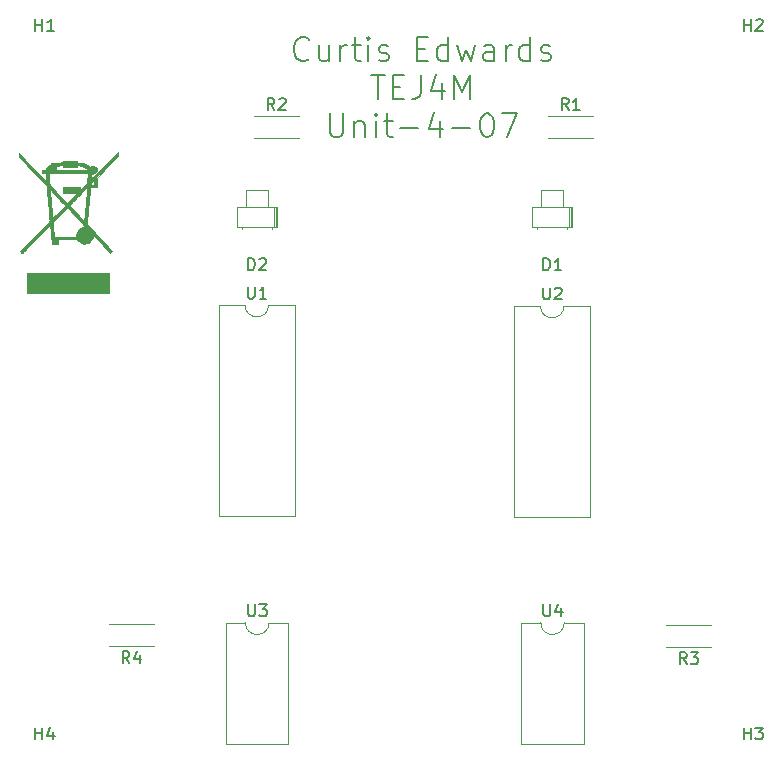
<source format=gbr>
%TF.GenerationSoftware,KiCad,Pcbnew,7.0.7*%
%TF.CreationDate,2023-10-30T18:36:45-04:00*%
%TF.ProjectId,TEJ4M-Unit-4-07,54454a34-4d2d-4556-9e69-742d342d3037,rev?*%
%TF.SameCoordinates,Original*%
%TF.FileFunction,Legend,Top*%
%TF.FilePolarity,Positive*%
%FSLAX46Y46*%
G04 Gerber Fmt 4.6, Leading zero omitted, Abs format (unit mm)*
G04 Created by KiCad (PCBNEW 7.0.7) date 2023-10-30 18:36:45*
%MOMM*%
%LPD*%
G01*
G04 APERTURE LIST*
%ADD10C,0.150000*%
%ADD11C,0.010000*%
%ADD12C,0.120000*%
G04 APERTURE END LIST*
D10*
X112380951Y-59116961D02*
X112285713Y-59212200D01*
X112285713Y-59212200D02*
X111999999Y-59307438D01*
X111999999Y-59307438D02*
X111809523Y-59307438D01*
X111809523Y-59307438D02*
X111523808Y-59212200D01*
X111523808Y-59212200D02*
X111333332Y-59021723D01*
X111333332Y-59021723D02*
X111238094Y-58831247D01*
X111238094Y-58831247D02*
X111142856Y-58450295D01*
X111142856Y-58450295D02*
X111142856Y-58164580D01*
X111142856Y-58164580D02*
X111238094Y-57783628D01*
X111238094Y-57783628D02*
X111333332Y-57593152D01*
X111333332Y-57593152D02*
X111523808Y-57402676D01*
X111523808Y-57402676D02*
X111809523Y-57307438D01*
X111809523Y-57307438D02*
X111999999Y-57307438D01*
X111999999Y-57307438D02*
X112285713Y-57402676D01*
X112285713Y-57402676D02*
X112380951Y-57497914D01*
X114095237Y-57974104D02*
X114095237Y-59307438D01*
X113238094Y-57974104D02*
X113238094Y-59021723D01*
X113238094Y-59021723D02*
X113333332Y-59212200D01*
X113333332Y-59212200D02*
X113523808Y-59307438D01*
X113523808Y-59307438D02*
X113809523Y-59307438D01*
X113809523Y-59307438D02*
X113999999Y-59212200D01*
X113999999Y-59212200D02*
X114095237Y-59116961D01*
X115047618Y-59307438D02*
X115047618Y-57974104D01*
X115047618Y-58355057D02*
X115142856Y-58164580D01*
X115142856Y-58164580D02*
X115238094Y-58069342D01*
X115238094Y-58069342D02*
X115428570Y-57974104D01*
X115428570Y-57974104D02*
X115619047Y-57974104D01*
X115999999Y-57974104D02*
X116761903Y-57974104D01*
X116285713Y-57307438D02*
X116285713Y-59021723D01*
X116285713Y-59021723D02*
X116380951Y-59212200D01*
X116380951Y-59212200D02*
X116571427Y-59307438D01*
X116571427Y-59307438D02*
X116761903Y-59307438D01*
X117428570Y-59307438D02*
X117428570Y-57974104D01*
X117428570Y-57307438D02*
X117333332Y-57402676D01*
X117333332Y-57402676D02*
X117428570Y-57497914D01*
X117428570Y-57497914D02*
X117523808Y-57402676D01*
X117523808Y-57402676D02*
X117428570Y-57307438D01*
X117428570Y-57307438D02*
X117428570Y-57497914D01*
X118285713Y-59212200D02*
X118476189Y-59307438D01*
X118476189Y-59307438D02*
X118857141Y-59307438D01*
X118857141Y-59307438D02*
X119047618Y-59212200D01*
X119047618Y-59212200D02*
X119142856Y-59021723D01*
X119142856Y-59021723D02*
X119142856Y-58926485D01*
X119142856Y-58926485D02*
X119047618Y-58736009D01*
X119047618Y-58736009D02*
X118857141Y-58640771D01*
X118857141Y-58640771D02*
X118571427Y-58640771D01*
X118571427Y-58640771D02*
X118380951Y-58545533D01*
X118380951Y-58545533D02*
X118285713Y-58355057D01*
X118285713Y-58355057D02*
X118285713Y-58259819D01*
X118285713Y-58259819D02*
X118380951Y-58069342D01*
X118380951Y-58069342D02*
X118571427Y-57974104D01*
X118571427Y-57974104D02*
X118857141Y-57974104D01*
X118857141Y-57974104D02*
X119047618Y-58069342D01*
X121523809Y-58259819D02*
X122190476Y-58259819D01*
X122476190Y-59307438D02*
X121523809Y-59307438D01*
X121523809Y-59307438D02*
X121523809Y-57307438D01*
X121523809Y-57307438D02*
X122476190Y-57307438D01*
X124190476Y-59307438D02*
X124190476Y-57307438D01*
X124190476Y-59212200D02*
X124000000Y-59307438D01*
X124000000Y-59307438D02*
X123619047Y-59307438D01*
X123619047Y-59307438D02*
X123428571Y-59212200D01*
X123428571Y-59212200D02*
X123333333Y-59116961D01*
X123333333Y-59116961D02*
X123238095Y-58926485D01*
X123238095Y-58926485D02*
X123238095Y-58355057D01*
X123238095Y-58355057D02*
X123333333Y-58164580D01*
X123333333Y-58164580D02*
X123428571Y-58069342D01*
X123428571Y-58069342D02*
X123619047Y-57974104D01*
X123619047Y-57974104D02*
X124000000Y-57974104D01*
X124000000Y-57974104D02*
X124190476Y-58069342D01*
X124952381Y-57974104D02*
X125333333Y-59307438D01*
X125333333Y-59307438D02*
X125714286Y-58355057D01*
X125714286Y-58355057D02*
X126095238Y-59307438D01*
X126095238Y-59307438D02*
X126476190Y-57974104D01*
X128095238Y-59307438D02*
X128095238Y-58259819D01*
X128095238Y-58259819D02*
X128000000Y-58069342D01*
X128000000Y-58069342D02*
X127809524Y-57974104D01*
X127809524Y-57974104D02*
X127428571Y-57974104D01*
X127428571Y-57974104D02*
X127238095Y-58069342D01*
X128095238Y-59212200D02*
X127904762Y-59307438D01*
X127904762Y-59307438D02*
X127428571Y-59307438D01*
X127428571Y-59307438D02*
X127238095Y-59212200D01*
X127238095Y-59212200D02*
X127142857Y-59021723D01*
X127142857Y-59021723D02*
X127142857Y-58831247D01*
X127142857Y-58831247D02*
X127238095Y-58640771D01*
X127238095Y-58640771D02*
X127428571Y-58545533D01*
X127428571Y-58545533D02*
X127904762Y-58545533D01*
X127904762Y-58545533D02*
X128095238Y-58450295D01*
X129047619Y-59307438D02*
X129047619Y-57974104D01*
X129047619Y-58355057D02*
X129142857Y-58164580D01*
X129142857Y-58164580D02*
X129238095Y-58069342D01*
X129238095Y-58069342D02*
X129428571Y-57974104D01*
X129428571Y-57974104D02*
X129619048Y-57974104D01*
X131142857Y-59307438D02*
X131142857Y-57307438D01*
X131142857Y-59212200D02*
X130952381Y-59307438D01*
X130952381Y-59307438D02*
X130571428Y-59307438D01*
X130571428Y-59307438D02*
X130380952Y-59212200D01*
X130380952Y-59212200D02*
X130285714Y-59116961D01*
X130285714Y-59116961D02*
X130190476Y-58926485D01*
X130190476Y-58926485D02*
X130190476Y-58355057D01*
X130190476Y-58355057D02*
X130285714Y-58164580D01*
X130285714Y-58164580D02*
X130380952Y-58069342D01*
X130380952Y-58069342D02*
X130571428Y-57974104D01*
X130571428Y-57974104D02*
X130952381Y-57974104D01*
X130952381Y-57974104D02*
X131142857Y-58069342D01*
X132000000Y-59212200D02*
X132190476Y-59307438D01*
X132190476Y-59307438D02*
X132571428Y-59307438D01*
X132571428Y-59307438D02*
X132761905Y-59212200D01*
X132761905Y-59212200D02*
X132857143Y-59021723D01*
X132857143Y-59021723D02*
X132857143Y-58926485D01*
X132857143Y-58926485D02*
X132761905Y-58736009D01*
X132761905Y-58736009D02*
X132571428Y-58640771D01*
X132571428Y-58640771D02*
X132285714Y-58640771D01*
X132285714Y-58640771D02*
X132095238Y-58545533D01*
X132095238Y-58545533D02*
X132000000Y-58355057D01*
X132000000Y-58355057D02*
X132000000Y-58259819D01*
X132000000Y-58259819D02*
X132095238Y-58069342D01*
X132095238Y-58069342D02*
X132285714Y-57974104D01*
X132285714Y-57974104D02*
X132571428Y-57974104D01*
X132571428Y-57974104D02*
X132761905Y-58069342D01*
X117666666Y-60527438D02*
X118809523Y-60527438D01*
X118238094Y-62527438D02*
X118238094Y-60527438D01*
X119476190Y-61479819D02*
X120142857Y-61479819D01*
X120428571Y-62527438D02*
X119476190Y-62527438D01*
X119476190Y-62527438D02*
X119476190Y-60527438D01*
X119476190Y-60527438D02*
X120428571Y-60527438D01*
X121857143Y-60527438D02*
X121857143Y-61956009D01*
X121857143Y-61956009D02*
X121761904Y-62241723D01*
X121761904Y-62241723D02*
X121571428Y-62432200D01*
X121571428Y-62432200D02*
X121285714Y-62527438D01*
X121285714Y-62527438D02*
X121095238Y-62527438D01*
X123666667Y-61194104D02*
X123666667Y-62527438D01*
X123190476Y-60432200D02*
X122714286Y-61860771D01*
X122714286Y-61860771D02*
X123952381Y-61860771D01*
X124714286Y-62527438D02*
X124714286Y-60527438D01*
X124714286Y-60527438D02*
X125380953Y-61956009D01*
X125380953Y-61956009D02*
X126047619Y-60527438D01*
X126047619Y-60527438D02*
X126047619Y-62527438D01*
X114142857Y-63747438D02*
X114142857Y-65366485D01*
X114142857Y-65366485D02*
X114238095Y-65556961D01*
X114238095Y-65556961D02*
X114333333Y-65652200D01*
X114333333Y-65652200D02*
X114523809Y-65747438D01*
X114523809Y-65747438D02*
X114904762Y-65747438D01*
X114904762Y-65747438D02*
X115095238Y-65652200D01*
X115095238Y-65652200D02*
X115190476Y-65556961D01*
X115190476Y-65556961D02*
X115285714Y-65366485D01*
X115285714Y-65366485D02*
X115285714Y-63747438D01*
X116238095Y-64414104D02*
X116238095Y-65747438D01*
X116238095Y-64604580D02*
X116333333Y-64509342D01*
X116333333Y-64509342D02*
X116523809Y-64414104D01*
X116523809Y-64414104D02*
X116809524Y-64414104D01*
X116809524Y-64414104D02*
X117000000Y-64509342D01*
X117000000Y-64509342D02*
X117095238Y-64699819D01*
X117095238Y-64699819D02*
X117095238Y-65747438D01*
X118047619Y-65747438D02*
X118047619Y-64414104D01*
X118047619Y-63747438D02*
X117952381Y-63842676D01*
X117952381Y-63842676D02*
X118047619Y-63937914D01*
X118047619Y-63937914D02*
X118142857Y-63842676D01*
X118142857Y-63842676D02*
X118047619Y-63747438D01*
X118047619Y-63747438D02*
X118047619Y-63937914D01*
X118714286Y-64414104D02*
X119476190Y-64414104D01*
X119000000Y-63747438D02*
X119000000Y-65461723D01*
X119000000Y-65461723D02*
X119095238Y-65652200D01*
X119095238Y-65652200D02*
X119285714Y-65747438D01*
X119285714Y-65747438D02*
X119476190Y-65747438D01*
X120142857Y-64985533D02*
X121666667Y-64985533D01*
X123476190Y-64414104D02*
X123476190Y-65747438D01*
X122999999Y-63652200D02*
X122523809Y-65080771D01*
X122523809Y-65080771D02*
X123761904Y-65080771D01*
X124523809Y-64985533D02*
X126047619Y-64985533D01*
X127380951Y-63747438D02*
X127571428Y-63747438D01*
X127571428Y-63747438D02*
X127761904Y-63842676D01*
X127761904Y-63842676D02*
X127857142Y-63937914D01*
X127857142Y-63937914D02*
X127952380Y-64128390D01*
X127952380Y-64128390D02*
X128047618Y-64509342D01*
X128047618Y-64509342D02*
X128047618Y-64985533D01*
X128047618Y-64985533D02*
X127952380Y-65366485D01*
X127952380Y-65366485D02*
X127857142Y-65556961D01*
X127857142Y-65556961D02*
X127761904Y-65652200D01*
X127761904Y-65652200D02*
X127571428Y-65747438D01*
X127571428Y-65747438D02*
X127380951Y-65747438D01*
X127380951Y-65747438D02*
X127190475Y-65652200D01*
X127190475Y-65652200D02*
X127095237Y-65556961D01*
X127095237Y-65556961D02*
X126999999Y-65366485D01*
X126999999Y-65366485D02*
X126904761Y-64985533D01*
X126904761Y-64985533D02*
X126904761Y-64509342D01*
X126904761Y-64509342D02*
X126999999Y-64128390D01*
X126999999Y-64128390D02*
X127095237Y-63937914D01*
X127095237Y-63937914D02*
X127190475Y-63842676D01*
X127190475Y-63842676D02*
X127380951Y-63747438D01*
X128714285Y-63747438D02*
X130047618Y-63747438D01*
X130047618Y-63747438D02*
X129190475Y-65747438D01*
X97193333Y-110299819D02*
X96860000Y-109823628D01*
X96621905Y-110299819D02*
X96621905Y-109299819D01*
X96621905Y-109299819D02*
X97002857Y-109299819D01*
X97002857Y-109299819D02*
X97098095Y-109347438D01*
X97098095Y-109347438D02*
X97145714Y-109395057D01*
X97145714Y-109395057D02*
X97193333Y-109490295D01*
X97193333Y-109490295D02*
X97193333Y-109633152D01*
X97193333Y-109633152D02*
X97145714Y-109728390D01*
X97145714Y-109728390D02*
X97098095Y-109776009D01*
X97098095Y-109776009D02*
X97002857Y-109823628D01*
X97002857Y-109823628D02*
X96621905Y-109823628D01*
X98050476Y-109633152D02*
X98050476Y-110299819D01*
X97812381Y-109252200D02*
X97574286Y-109966485D01*
X97574286Y-109966485D02*
X98193333Y-109966485D01*
X144373333Y-110374819D02*
X144040000Y-109898628D01*
X143801905Y-110374819D02*
X143801905Y-109374819D01*
X143801905Y-109374819D02*
X144182857Y-109374819D01*
X144182857Y-109374819D02*
X144278095Y-109422438D01*
X144278095Y-109422438D02*
X144325714Y-109470057D01*
X144325714Y-109470057D02*
X144373333Y-109565295D01*
X144373333Y-109565295D02*
X144373333Y-109708152D01*
X144373333Y-109708152D02*
X144325714Y-109803390D01*
X144325714Y-109803390D02*
X144278095Y-109851009D01*
X144278095Y-109851009D02*
X144182857Y-109898628D01*
X144182857Y-109898628D02*
X143801905Y-109898628D01*
X144706667Y-109374819D02*
X145325714Y-109374819D01*
X145325714Y-109374819D02*
X144992381Y-109755771D01*
X144992381Y-109755771D02*
X145135238Y-109755771D01*
X145135238Y-109755771D02*
X145230476Y-109803390D01*
X145230476Y-109803390D02*
X145278095Y-109851009D01*
X145278095Y-109851009D02*
X145325714Y-109946247D01*
X145325714Y-109946247D02*
X145325714Y-110184342D01*
X145325714Y-110184342D02*
X145278095Y-110279580D01*
X145278095Y-110279580D02*
X145230476Y-110327200D01*
X145230476Y-110327200D02*
X145135238Y-110374819D01*
X145135238Y-110374819D02*
X144849524Y-110374819D01*
X144849524Y-110374819D02*
X144754286Y-110327200D01*
X144754286Y-110327200D02*
X144706667Y-110279580D01*
X109473333Y-63459819D02*
X109140000Y-62983628D01*
X108901905Y-63459819D02*
X108901905Y-62459819D01*
X108901905Y-62459819D02*
X109282857Y-62459819D01*
X109282857Y-62459819D02*
X109378095Y-62507438D01*
X109378095Y-62507438D02*
X109425714Y-62555057D01*
X109425714Y-62555057D02*
X109473333Y-62650295D01*
X109473333Y-62650295D02*
X109473333Y-62793152D01*
X109473333Y-62793152D02*
X109425714Y-62888390D01*
X109425714Y-62888390D02*
X109378095Y-62936009D01*
X109378095Y-62936009D02*
X109282857Y-62983628D01*
X109282857Y-62983628D02*
X108901905Y-62983628D01*
X109854286Y-62555057D02*
X109901905Y-62507438D01*
X109901905Y-62507438D02*
X109997143Y-62459819D01*
X109997143Y-62459819D02*
X110235238Y-62459819D01*
X110235238Y-62459819D02*
X110330476Y-62507438D01*
X110330476Y-62507438D02*
X110378095Y-62555057D01*
X110378095Y-62555057D02*
X110425714Y-62650295D01*
X110425714Y-62650295D02*
X110425714Y-62745533D01*
X110425714Y-62745533D02*
X110378095Y-62888390D01*
X110378095Y-62888390D02*
X109806667Y-63459819D01*
X109806667Y-63459819D02*
X110425714Y-63459819D01*
X134373333Y-63459819D02*
X134040000Y-62983628D01*
X133801905Y-63459819D02*
X133801905Y-62459819D01*
X133801905Y-62459819D02*
X134182857Y-62459819D01*
X134182857Y-62459819D02*
X134278095Y-62507438D01*
X134278095Y-62507438D02*
X134325714Y-62555057D01*
X134325714Y-62555057D02*
X134373333Y-62650295D01*
X134373333Y-62650295D02*
X134373333Y-62793152D01*
X134373333Y-62793152D02*
X134325714Y-62888390D01*
X134325714Y-62888390D02*
X134278095Y-62936009D01*
X134278095Y-62936009D02*
X134182857Y-62983628D01*
X134182857Y-62983628D02*
X133801905Y-62983628D01*
X135325714Y-63459819D02*
X134754286Y-63459819D01*
X135040000Y-63459819D02*
X135040000Y-62459819D01*
X135040000Y-62459819D02*
X134944762Y-62602676D01*
X134944762Y-62602676D02*
X134849524Y-62697914D01*
X134849524Y-62697914D02*
X134754286Y-62745533D01*
X89238095Y-116754819D02*
X89238095Y-115754819D01*
X89238095Y-116231009D02*
X89809523Y-116231009D01*
X89809523Y-116754819D02*
X89809523Y-115754819D01*
X90714285Y-116088152D02*
X90714285Y-116754819D01*
X90476190Y-115707200D02*
X90238095Y-116421485D01*
X90238095Y-116421485D02*
X90857142Y-116421485D01*
X149238095Y-116754819D02*
X149238095Y-115754819D01*
X149238095Y-116231009D02*
X149809523Y-116231009D01*
X149809523Y-116754819D02*
X149809523Y-115754819D01*
X150190476Y-115754819D02*
X150809523Y-115754819D01*
X150809523Y-115754819D02*
X150476190Y-116135771D01*
X150476190Y-116135771D02*
X150619047Y-116135771D01*
X150619047Y-116135771D02*
X150714285Y-116183390D01*
X150714285Y-116183390D02*
X150761904Y-116231009D01*
X150761904Y-116231009D02*
X150809523Y-116326247D01*
X150809523Y-116326247D02*
X150809523Y-116564342D01*
X150809523Y-116564342D02*
X150761904Y-116659580D01*
X150761904Y-116659580D02*
X150714285Y-116707200D01*
X150714285Y-116707200D02*
X150619047Y-116754819D01*
X150619047Y-116754819D02*
X150333333Y-116754819D01*
X150333333Y-116754819D02*
X150238095Y-116707200D01*
X150238095Y-116707200D02*
X150190476Y-116659580D01*
X149238095Y-56754819D02*
X149238095Y-55754819D01*
X149238095Y-56231009D02*
X149809523Y-56231009D01*
X149809523Y-56754819D02*
X149809523Y-55754819D01*
X150238095Y-55850057D02*
X150285714Y-55802438D01*
X150285714Y-55802438D02*
X150380952Y-55754819D01*
X150380952Y-55754819D02*
X150619047Y-55754819D01*
X150619047Y-55754819D02*
X150714285Y-55802438D01*
X150714285Y-55802438D02*
X150761904Y-55850057D01*
X150761904Y-55850057D02*
X150809523Y-55945295D01*
X150809523Y-55945295D02*
X150809523Y-56040533D01*
X150809523Y-56040533D02*
X150761904Y-56183390D01*
X150761904Y-56183390D02*
X150190476Y-56754819D01*
X150190476Y-56754819D02*
X150809523Y-56754819D01*
X89238095Y-56754819D02*
X89238095Y-55754819D01*
X89238095Y-56231009D02*
X89809523Y-56231009D01*
X89809523Y-56754819D02*
X89809523Y-55754819D01*
X90809523Y-56754819D02*
X90238095Y-56754819D01*
X90523809Y-56754819D02*
X90523809Y-55754819D01*
X90523809Y-55754819D02*
X90428571Y-55897676D01*
X90428571Y-55897676D02*
X90333333Y-55992914D01*
X90333333Y-55992914D02*
X90238095Y-56040533D01*
X132248095Y-105324819D02*
X132248095Y-106134342D01*
X132248095Y-106134342D02*
X132295714Y-106229580D01*
X132295714Y-106229580D02*
X132343333Y-106277200D01*
X132343333Y-106277200D02*
X132438571Y-106324819D01*
X132438571Y-106324819D02*
X132629047Y-106324819D01*
X132629047Y-106324819D02*
X132724285Y-106277200D01*
X132724285Y-106277200D02*
X132771904Y-106229580D01*
X132771904Y-106229580D02*
X132819523Y-106134342D01*
X132819523Y-106134342D02*
X132819523Y-105324819D01*
X133724285Y-105658152D02*
X133724285Y-106324819D01*
X133486190Y-105277200D02*
X133248095Y-105991485D01*
X133248095Y-105991485D02*
X133867142Y-105991485D01*
X107248095Y-105324819D02*
X107248095Y-106134342D01*
X107248095Y-106134342D02*
X107295714Y-106229580D01*
X107295714Y-106229580D02*
X107343333Y-106277200D01*
X107343333Y-106277200D02*
X107438571Y-106324819D01*
X107438571Y-106324819D02*
X107629047Y-106324819D01*
X107629047Y-106324819D02*
X107724285Y-106277200D01*
X107724285Y-106277200D02*
X107771904Y-106229580D01*
X107771904Y-106229580D02*
X107819523Y-106134342D01*
X107819523Y-106134342D02*
X107819523Y-105324819D01*
X108200476Y-105324819D02*
X108819523Y-105324819D01*
X108819523Y-105324819D02*
X108486190Y-105705771D01*
X108486190Y-105705771D02*
X108629047Y-105705771D01*
X108629047Y-105705771D02*
X108724285Y-105753390D01*
X108724285Y-105753390D02*
X108771904Y-105801009D01*
X108771904Y-105801009D02*
X108819523Y-105896247D01*
X108819523Y-105896247D02*
X108819523Y-106134342D01*
X108819523Y-106134342D02*
X108771904Y-106229580D01*
X108771904Y-106229580D02*
X108724285Y-106277200D01*
X108724285Y-106277200D02*
X108629047Y-106324819D01*
X108629047Y-106324819D02*
X108343333Y-106324819D01*
X108343333Y-106324819D02*
X108248095Y-106277200D01*
X108248095Y-106277200D02*
X108200476Y-106229580D01*
X132218095Y-78499819D02*
X132218095Y-79309342D01*
X132218095Y-79309342D02*
X132265714Y-79404580D01*
X132265714Y-79404580D02*
X132313333Y-79452200D01*
X132313333Y-79452200D02*
X132408571Y-79499819D01*
X132408571Y-79499819D02*
X132599047Y-79499819D01*
X132599047Y-79499819D02*
X132694285Y-79452200D01*
X132694285Y-79452200D02*
X132741904Y-79404580D01*
X132741904Y-79404580D02*
X132789523Y-79309342D01*
X132789523Y-79309342D02*
X132789523Y-78499819D01*
X133218095Y-78595057D02*
X133265714Y-78547438D01*
X133265714Y-78547438D02*
X133360952Y-78499819D01*
X133360952Y-78499819D02*
X133599047Y-78499819D01*
X133599047Y-78499819D02*
X133694285Y-78547438D01*
X133694285Y-78547438D02*
X133741904Y-78595057D01*
X133741904Y-78595057D02*
X133789523Y-78690295D01*
X133789523Y-78690295D02*
X133789523Y-78785533D01*
X133789523Y-78785533D02*
X133741904Y-78928390D01*
X133741904Y-78928390D02*
X133170476Y-79499819D01*
X133170476Y-79499819D02*
X133789523Y-79499819D01*
X107241905Y-77014819D02*
X107241905Y-76014819D01*
X107241905Y-76014819D02*
X107480000Y-76014819D01*
X107480000Y-76014819D02*
X107622857Y-76062438D01*
X107622857Y-76062438D02*
X107718095Y-76157676D01*
X107718095Y-76157676D02*
X107765714Y-76252914D01*
X107765714Y-76252914D02*
X107813333Y-76443390D01*
X107813333Y-76443390D02*
X107813333Y-76586247D01*
X107813333Y-76586247D02*
X107765714Y-76776723D01*
X107765714Y-76776723D02*
X107718095Y-76871961D01*
X107718095Y-76871961D02*
X107622857Y-76967200D01*
X107622857Y-76967200D02*
X107480000Y-77014819D01*
X107480000Y-77014819D02*
X107241905Y-77014819D01*
X108194286Y-76110057D02*
X108241905Y-76062438D01*
X108241905Y-76062438D02*
X108337143Y-76014819D01*
X108337143Y-76014819D02*
X108575238Y-76014819D01*
X108575238Y-76014819D02*
X108670476Y-76062438D01*
X108670476Y-76062438D02*
X108718095Y-76110057D01*
X108718095Y-76110057D02*
X108765714Y-76205295D01*
X108765714Y-76205295D02*
X108765714Y-76300533D01*
X108765714Y-76300533D02*
X108718095Y-76443390D01*
X108718095Y-76443390D02*
X108146667Y-77014819D01*
X108146667Y-77014819D02*
X108765714Y-77014819D01*
X132241905Y-77014819D02*
X132241905Y-76014819D01*
X132241905Y-76014819D02*
X132480000Y-76014819D01*
X132480000Y-76014819D02*
X132622857Y-76062438D01*
X132622857Y-76062438D02*
X132718095Y-76157676D01*
X132718095Y-76157676D02*
X132765714Y-76252914D01*
X132765714Y-76252914D02*
X132813333Y-76443390D01*
X132813333Y-76443390D02*
X132813333Y-76586247D01*
X132813333Y-76586247D02*
X132765714Y-76776723D01*
X132765714Y-76776723D02*
X132718095Y-76871961D01*
X132718095Y-76871961D02*
X132622857Y-76967200D01*
X132622857Y-76967200D02*
X132480000Y-77014819D01*
X132480000Y-77014819D02*
X132241905Y-77014819D01*
X133765714Y-77014819D02*
X133194286Y-77014819D01*
X133480000Y-77014819D02*
X133480000Y-76014819D01*
X133480000Y-76014819D02*
X133384762Y-76157676D01*
X133384762Y-76157676D02*
X133289524Y-76252914D01*
X133289524Y-76252914D02*
X133194286Y-76300533D01*
X107218095Y-78424819D02*
X107218095Y-79234342D01*
X107218095Y-79234342D02*
X107265714Y-79329580D01*
X107265714Y-79329580D02*
X107313333Y-79377200D01*
X107313333Y-79377200D02*
X107408571Y-79424819D01*
X107408571Y-79424819D02*
X107599047Y-79424819D01*
X107599047Y-79424819D02*
X107694285Y-79377200D01*
X107694285Y-79377200D02*
X107741904Y-79329580D01*
X107741904Y-79329580D02*
X107789523Y-79234342D01*
X107789523Y-79234342D02*
X107789523Y-78424819D01*
X108789523Y-79424819D02*
X108218095Y-79424819D01*
X108503809Y-79424819D02*
X108503809Y-78424819D01*
X108503809Y-78424819D02*
X108408571Y-78567676D01*
X108408571Y-78567676D02*
X108313333Y-78662914D01*
X108313333Y-78662914D02*
X108218095Y-78710533D01*
%TO.C,REF\u002A\u002A*%
D11*
X95461372Y-78976471D02*
X88488823Y-78976471D01*
X88488823Y-77258235D01*
X95461372Y-77258235D01*
X95461372Y-78976471D01*
G36*
X95461372Y-78976471D02*
G01*
X88488823Y-78976471D01*
X88488823Y-77258235D01*
X95461372Y-77258235D01*
X95461372Y-78976471D01*
G37*
X96207205Y-67187248D02*
X96205978Y-67359706D01*
X95311386Y-68268628D01*
X94416794Y-69177549D01*
X94415490Y-70011765D01*
X93870699Y-70011765D01*
X93856661Y-70117598D01*
X93851345Y-70165837D01*
X93842386Y-70256679D01*
X93830261Y-70384704D01*
X93815450Y-70544494D01*
X93798432Y-70730630D01*
X93779687Y-70937693D01*
X93759694Y-71160265D01*
X93738932Y-71392926D01*
X93717880Y-71630257D01*
X93697017Y-71866840D01*
X93676823Y-72097256D01*
X93657778Y-72316086D01*
X93640359Y-72517911D01*
X93625047Y-72697312D01*
X93612321Y-72848870D01*
X93602659Y-72967168D01*
X93596542Y-73046784D01*
X93594449Y-73082302D01*
X93594450Y-73082471D01*
X93609716Y-73110970D01*
X93655570Y-73169815D01*
X93732635Y-73259691D01*
X93841535Y-73381283D01*
X93982895Y-73535276D01*
X94157338Y-73722355D01*
X94365488Y-73943204D01*
X94607968Y-74198510D01*
X94676125Y-74270000D01*
X95757075Y-75403039D01*
X95669684Y-75490196D01*
X95582294Y-75577353D01*
X95440902Y-75423521D01*
X95389176Y-75367926D01*
X95308376Y-75281953D01*
X95203833Y-75171235D01*
X95080879Y-75041403D01*
X94944843Y-74898089D01*
X94801059Y-74746927D01*
X94715040Y-74656644D01*
X94553549Y-74487509D01*
X94423017Y-74352033D01*
X94320116Y-74247752D01*
X94241517Y-74172203D01*
X94183892Y-74122922D01*
X94143911Y-74097446D01*
X94118248Y-74093311D01*
X94103573Y-74108054D01*
X94096558Y-74139212D01*
X94093875Y-74184320D01*
X94093515Y-74196630D01*
X94074863Y-74281433D01*
X94028906Y-74383934D01*
X93964819Y-74487924D01*
X93891774Y-74577191D01*
X93862546Y-74604766D01*
X93712578Y-74701250D01*
X93537395Y-74755234D01*
X93382512Y-74768039D01*
X93206986Y-74743886D01*
X93044879Y-74673061D01*
X92901404Y-74558017D01*
X92874932Y-74529381D01*
X92778133Y-74419412D01*
X91103529Y-74419412D01*
X91103529Y-74768039D01*
X90655294Y-74768039D01*
X90655294Y-74605168D01*
X90649669Y-74493980D01*
X90630771Y-74416805D01*
X90607803Y-74374825D01*
X90591393Y-74344789D01*
X90577341Y-74301239D01*
X90564716Y-74237720D01*
X90552587Y-74147774D01*
X90540024Y-74024947D01*
X90526094Y-73862782D01*
X90516556Y-73742144D01*
X90472800Y-73176934D01*
X89398626Y-74265085D01*
X89204405Y-74461981D01*
X89017957Y-74651281D01*
X88842690Y-74829506D01*
X88682011Y-74993180D01*
X88539326Y-75138824D01*
X88418042Y-75262962D01*
X88321566Y-75362115D01*
X88253304Y-75432807D01*
X88216702Y-75471520D01*
X88156568Y-75532811D01*
X88106408Y-75575559D01*
X88079429Y-75589804D01*
X88044968Y-75573118D01*
X87994736Y-75531425D01*
X87977709Y-75514447D01*
X87905512Y-75439089D01*
X88303001Y-75035164D01*
X88404408Y-74932266D01*
X88535167Y-74799820D01*
X88689541Y-74643625D01*
X88861796Y-74469478D01*
X89046194Y-74283176D01*
X89236999Y-74090518D01*
X89428477Y-73897301D01*
X89565833Y-73758777D01*
X89774628Y-73547678D01*
X89950038Y-73368960D01*
X90094308Y-73220204D01*
X90209680Y-73098991D01*
X90298399Y-73002903D01*
X90342370Y-72952727D01*
X90695469Y-72952727D01*
X90739677Y-73517981D01*
X90753009Y-73683668D01*
X90765905Y-73835185D01*
X90777636Y-73964611D01*
X90787470Y-74064027D01*
X90794676Y-74125515D01*
X90796995Y-74139265D01*
X90810105Y-74195294D01*
X92690436Y-74195294D01*
X92702988Y-74038925D01*
X92740884Y-73854173D01*
X92820188Y-73690742D01*
X92935899Y-73554585D01*
X93083019Y-73451654D01*
X93248146Y-73389866D01*
X93301716Y-73360883D01*
X93328535Y-73298680D01*
X93329097Y-73295937D01*
X93332315Y-73269677D01*
X93328337Y-73242787D01*
X93313281Y-73210279D01*
X93283264Y-73167166D01*
X93234403Y-73108461D01*
X93162816Y-73029174D01*
X93064620Y-72924319D01*
X92935932Y-72788907D01*
X92927617Y-72780186D01*
X92789200Y-72634837D01*
X92642043Y-72480021D01*
X92496259Y-72326397D01*
X92361958Y-72184623D01*
X92249253Y-72065355D01*
X92224118Y-72038692D01*
X92127762Y-71938153D01*
X92042166Y-71852115D01*
X91973473Y-71786496D01*
X91927828Y-71747214D01*
X91912503Y-71738580D01*
X91889648Y-71756650D01*
X91836201Y-71806219D01*
X91756370Y-71883162D01*
X91654364Y-71983351D01*
X91534392Y-72102660D01*
X91400663Y-72236962D01*
X91291364Y-72347589D01*
X90695469Y-72952727D01*
X90342370Y-72952727D01*
X90362708Y-72929519D01*
X90404852Y-72876420D01*
X90427073Y-72841189D01*
X90432017Y-72824873D01*
X90430144Y-72789266D01*
X90424454Y-72708669D01*
X90415315Y-72587720D01*
X90403096Y-72431058D01*
X90388164Y-72243320D01*
X90370887Y-72029146D01*
X90351635Y-71793172D01*
X90330775Y-71540036D01*
X90313963Y-71337729D01*
X90218843Y-70197099D01*
X90463602Y-70197099D01*
X90464656Y-70221714D01*
X90469614Y-70291041D01*
X90478078Y-70400171D01*
X90489648Y-70544200D01*
X90503928Y-70718219D01*
X90520517Y-70917322D01*
X90539019Y-71136604D01*
X90556775Y-71344797D01*
X90576887Y-71581016D01*
X90595621Y-71804000D01*
X90612546Y-72008428D01*
X90627235Y-72188975D01*
X90639257Y-72340320D01*
X90648183Y-72457139D01*
X90653585Y-72534111D01*
X90655084Y-72564004D01*
X90657423Y-72582608D01*
X90666689Y-72589991D01*
X90686454Y-72583070D01*
X90720290Y-72558767D01*
X90771769Y-72513999D01*
X90844462Y-72445688D01*
X90941942Y-72350751D01*
X91067779Y-72226110D01*
X91201297Y-72092917D01*
X91747301Y-71547337D01*
X91743474Y-71543235D01*
X92104387Y-71543235D01*
X92120836Y-71565761D01*
X92166883Y-71618801D01*
X92237914Y-71697481D01*
X92329314Y-71796926D01*
X92436468Y-71912261D01*
X92554760Y-72038612D01*
X92679576Y-72171104D01*
X92806300Y-72304863D01*
X92930318Y-72435013D01*
X93047013Y-72556680D01*
X93151772Y-72664990D01*
X93239979Y-72755068D01*
X93307019Y-72822038D01*
X93348276Y-72861027D01*
X93359527Y-72868970D01*
X93363236Y-72843332D01*
X93370935Y-72772519D01*
X93382202Y-72660964D01*
X93396611Y-72513100D01*
X93413741Y-72333359D01*
X93433167Y-72126175D01*
X93454467Y-71895981D01*
X93477217Y-71647210D01*
X93495381Y-71446615D01*
X93518616Y-71186512D01*
X93540083Y-70941484D01*
X93559421Y-70715976D01*
X93576268Y-70514432D01*
X93590265Y-70341297D01*
X93601050Y-70201018D01*
X93608261Y-70098037D01*
X93611539Y-70036801D01*
X93611164Y-70020902D01*
X93591574Y-70035064D01*
X93541689Y-70080587D01*
X93465868Y-70153064D01*
X93368472Y-70248090D01*
X93253864Y-70361258D01*
X93126403Y-70488162D01*
X92990452Y-70624396D01*
X92850371Y-70765554D01*
X92710522Y-70907230D01*
X92575265Y-71045016D01*
X92448962Y-71174508D01*
X92335974Y-71291300D01*
X92240662Y-71390984D01*
X92167388Y-71469154D01*
X92120511Y-71521406D01*
X92104387Y-71543235D01*
X91743474Y-71543235D01*
X91543699Y-71329132D01*
X91440008Y-71218393D01*
X91323628Y-71094759D01*
X91199160Y-70963054D01*
X91071206Y-70828100D01*
X90944367Y-70694720D01*
X90823245Y-70567737D01*
X90712442Y-70451972D01*
X90616558Y-70352250D01*
X90540194Y-70273392D01*
X90487954Y-70220222D01*
X90464437Y-70197562D01*
X90463602Y-70197099D01*
X90218843Y-70197099D01*
X90195069Y-69912026D01*
X87816471Y-67410520D01*
X87818221Y-67060882D01*
X88010336Y-67266103D01*
X88117855Y-67380564D01*
X88244796Y-67515041D01*
X88387734Y-67665956D01*
X88543243Y-67829729D01*
X88707897Y-68002782D01*
X88878271Y-68181537D01*
X89050939Y-68362415D01*
X89222475Y-68541838D01*
X89389454Y-68716226D01*
X89548450Y-68882002D01*
X89696037Y-69035586D01*
X89828789Y-69173400D01*
X89943282Y-69291866D01*
X90036088Y-69387404D01*
X90103783Y-69456437D01*
X90142940Y-69495385D01*
X90151522Y-69502857D01*
X90152112Y-69476866D01*
X90148866Y-69410319D01*
X90142347Y-69312272D01*
X90133120Y-69191779D01*
X90129159Y-69143645D01*
X90099661Y-68791569D01*
X90330620Y-68791569D01*
X90342544Y-68847598D01*
X90348625Y-68891909D01*
X90357170Y-68975283D01*
X90367191Y-69087097D01*
X90377701Y-69216728D01*
X90381338Y-69264706D01*
X90392066Y-69402460D01*
X90402894Y-69530387D01*
X90412739Y-69636399D01*
X90420518Y-69708409D01*
X90422272Y-69721477D01*
X90428889Y-69748307D01*
X90443212Y-69779712D01*
X90468287Y-69819214D01*
X90507159Y-69870332D01*
X90562874Y-69936589D01*
X90638477Y-70021503D01*
X90737013Y-70128595D01*
X90861529Y-70261386D01*
X91015070Y-70423397D01*
X91171700Y-70587783D01*
X91327530Y-70750461D01*
X91472994Y-70901118D01*
X91604469Y-71036093D01*
X91718335Y-71151722D01*
X91810970Y-71244343D01*
X91878754Y-71310294D01*
X91918065Y-71345910D01*
X91926448Y-71351208D01*
X91948504Y-71331996D01*
X92000058Y-71281893D01*
X92076106Y-71205926D01*
X92171645Y-71109121D01*
X92281672Y-70996504D01*
X92361240Y-70914461D01*
X92776650Y-70484902D01*
X91551765Y-70484902D01*
X91551765Y-70011765D01*
X93045882Y-70011765D01*
X93045882Y-70222582D01*
X93319804Y-69949510D01*
X93514116Y-69755800D01*
X93892549Y-69755800D01*
X93896169Y-69786358D01*
X93914491Y-69803383D01*
X93958707Y-69810801D01*
X94040012Y-69812536D01*
X94054412Y-69812549D01*
X94216274Y-69812549D01*
X94216274Y-69378204D01*
X94054412Y-69538628D01*
X93963105Y-69636161D01*
X93908493Y-69710883D01*
X93892549Y-69755800D01*
X93514116Y-69755800D01*
X93593725Y-69676438D01*
X93593725Y-69433219D01*
X93594488Y-69321323D01*
X93597979Y-69250137D01*
X93606000Y-69210579D01*
X93620356Y-69193562D01*
X93642004Y-69190000D01*
X93666080Y-69184771D01*
X93683875Y-69163805D01*
X93697541Y-69119186D01*
X93709228Y-69042997D01*
X93721089Y-68927320D01*
X93724896Y-68884951D01*
X93733137Y-68791569D01*
X90330620Y-68791569D01*
X90099661Y-68791569D01*
X89783725Y-68791569D01*
X89783725Y-68567451D01*
X89917987Y-68567451D01*
X89996514Y-68565300D01*
X90039183Y-68554919D01*
X90044403Y-68548740D01*
X90319407Y-68548740D01*
X90333880Y-68562855D01*
X90384014Y-68567212D01*
X90417849Y-68567451D01*
X90530784Y-68567451D01*
X90951936Y-68567451D01*
X93753245Y-68567451D01*
X93658496Y-68470419D01*
X93511336Y-68350681D01*
X93329207Y-68258330D01*
X93109023Y-68192100D01*
X92890245Y-68155470D01*
X92747059Y-68138379D01*
X92747059Y-68318431D01*
X91601569Y-68318431D01*
X91601569Y-68114161D01*
X91433480Y-68131197D01*
X91316037Y-68145574D01*
X91190909Y-68164633D01*
X91115980Y-68178245D01*
X90966569Y-68208257D01*
X90959252Y-68387854D01*
X90951936Y-68567451D01*
X90530784Y-68567451D01*
X90530784Y-68467843D01*
X90527492Y-68405443D01*
X90519267Y-68370760D01*
X90515952Y-68368235D01*
X90479086Y-68384208D01*
X90425226Y-68422957D01*
X90371231Y-68470732D01*
X90333962Y-68513781D01*
X90330642Y-68519379D01*
X90319407Y-68548740D01*
X90044403Y-68548740D01*
X90059885Y-68530416D01*
X90068242Y-68503724D01*
X90102352Y-68434456D01*
X90167864Y-68351185D01*
X90253507Y-68265587D01*
X90348009Y-68189339D01*
X90410083Y-68149625D01*
X90480795Y-68106155D01*
X90517044Y-68069638D01*
X90529780Y-68026578D01*
X90530759Y-68000931D01*
X90530760Y-67994706D01*
X91800784Y-67994706D01*
X91800784Y-68119216D01*
X92547843Y-68119216D01*
X92547843Y-67994706D01*
X91800784Y-67994706D01*
X90530760Y-67994706D01*
X90530784Y-67920000D01*
X90740376Y-67920000D01*
X90836807Y-67922331D01*
X90911963Y-67928543D01*
X90953743Y-67937465D01*
X90958268Y-67941078D01*
X90984770Y-67946624D01*
X91049267Y-67944352D01*
X91140677Y-67934935D01*
X91203137Y-67926240D01*
X91316392Y-67909159D01*
X91419970Y-67893739D01*
X91497808Y-67882363D01*
X91520637Y-67879132D01*
X91580282Y-67860660D01*
X91601569Y-67831715D01*
X91608041Y-67819926D01*
X91631192Y-67810933D01*
X91676626Y-67804381D01*
X91749945Y-67799915D01*
X91856754Y-67797181D01*
X92002654Y-67795826D01*
X92174314Y-67795490D01*
X92357519Y-67795681D01*
X92496892Y-67796579D01*
X92598404Y-67798677D01*
X92668026Y-67802467D01*
X92711731Y-67808439D01*
X92735488Y-67817085D01*
X92745269Y-67828897D01*
X92747059Y-67842630D01*
X92762295Y-67886221D01*
X92812201Y-67911027D01*
X92903076Y-67919874D01*
X92919426Y-67920000D01*
X93073320Y-67935876D01*
X93248109Y-67979579D01*
X93428032Y-68045224D01*
X93597324Y-68126927D01*
X93740223Y-68218801D01*
X93758731Y-68233358D01*
X93819056Y-68280720D01*
X93854780Y-68299690D01*
X93879728Y-68293557D01*
X93905336Y-68268256D01*
X93980972Y-68218695D01*
X94079409Y-68199669D01*
X94185412Y-68209564D01*
X94283746Y-68246763D01*
X94359176Y-68309651D01*
X94364639Y-68316961D01*
X94421081Y-68434354D01*
X94431582Y-68555869D01*
X94397301Y-68671707D01*
X94319396Y-68772068D01*
X94309870Y-68780355D01*
X94254558Y-68819722D01*
X94198438Y-68837058D01*
X94119541Y-68838310D01*
X94099832Y-68837200D01*
X94022638Y-68834367D01*
X93982876Y-68840857D01*
X93968481Y-68860441D01*
X93967004Y-68878726D01*
X93963987Y-68931768D01*
X93956500Y-69011539D01*
X93951119Y-69059265D01*
X93943314Y-69135069D01*
X93946560Y-69173874D01*
X93965383Y-69188058D01*
X93998911Y-69190000D01*
X94018796Y-69183587D01*
X94050874Y-69162831D01*
X94097522Y-69125456D01*
X94161118Y-69069189D01*
X94244038Y-68991755D01*
X94348660Y-68890878D01*
X94477361Y-68764283D01*
X94632518Y-68609696D01*
X94816508Y-68424842D01*
X95031709Y-68207446D01*
X95135419Y-68102395D01*
X96208431Y-67014791D01*
X96207205Y-67187248D01*
G36*
X96207205Y-67187248D02*
G01*
X96205978Y-67359706D01*
X95311386Y-68268628D01*
X94416794Y-69177549D01*
X94415490Y-70011765D01*
X93870699Y-70011765D01*
X93856661Y-70117598D01*
X93851345Y-70165837D01*
X93842386Y-70256679D01*
X93830261Y-70384704D01*
X93815450Y-70544494D01*
X93798432Y-70730630D01*
X93779687Y-70937693D01*
X93759694Y-71160265D01*
X93738932Y-71392926D01*
X93717880Y-71630257D01*
X93697017Y-71866840D01*
X93676823Y-72097256D01*
X93657778Y-72316086D01*
X93640359Y-72517911D01*
X93625047Y-72697312D01*
X93612321Y-72848870D01*
X93602659Y-72967168D01*
X93596542Y-73046784D01*
X93594449Y-73082302D01*
X93594450Y-73082471D01*
X93609716Y-73110970D01*
X93655570Y-73169815D01*
X93732635Y-73259691D01*
X93841535Y-73381283D01*
X93982895Y-73535276D01*
X94157338Y-73722355D01*
X94365488Y-73943204D01*
X94607968Y-74198510D01*
X94676125Y-74270000D01*
X95757075Y-75403039D01*
X95669684Y-75490196D01*
X95582294Y-75577353D01*
X95440902Y-75423521D01*
X95389176Y-75367926D01*
X95308376Y-75281953D01*
X95203833Y-75171235D01*
X95080879Y-75041403D01*
X94944843Y-74898089D01*
X94801059Y-74746927D01*
X94715040Y-74656644D01*
X94553549Y-74487509D01*
X94423017Y-74352033D01*
X94320116Y-74247752D01*
X94241517Y-74172203D01*
X94183892Y-74122922D01*
X94143911Y-74097446D01*
X94118248Y-74093311D01*
X94103573Y-74108054D01*
X94096558Y-74139212D01*
X94093875Y-74184320D01*
X94093515Y-74196630D01*
X94074863Y-74281433D01*
X94028906Y-74383934D01*
X93964819Y-74487924D01*
X93891774Y-74577191D01*
X93862546Y-74604766D01*
X93712578Y-74701250D01*
X93537395Y-74755234D01*
X93382512Y-74768039D01*
X93206986Y-74743886D01*
X93044879Y-74673061D01*
X92901404Y-74558017D01*
X92874932Y-74529381D01*
X92778133Y-74419412D01*
X91103529Y-74419412D01*
X91103529Y-74768039D01*
X90655294Y-74768039D01*
X90655294Y-74605168D01*
X90649669Y-74493980D01*
X90630771Y-74416805D01*
X90607803Y-74374825D01*
X90591393Y-74344789D01*
X90577341Y-74301239D01*
X90564716Y-74237720D01*
X90552587Y-74147774D01*
X90540024Y-74024947D01*
X90526094Y-73862782D01*
X90516556Y-73742144D01*
X90472800Y-73176934D01*
X89398626Y-74265085D01*
X89204405Y-74461981D01*
X89017957Y-74651281D01*
X88842690Y-74829506D01*
X88682011Y-74993180D01*
X88539326Y-75138824D01*
X88418042Y-75262962D01*
X88321566Y-75362115D01*
X88253304Y-75432807D01*
X88216702Y-75471520D01*
X88156568Y-75532811D01*
X88106408Y-75575559D01*
X88079429Y-75589804D01*
X88044968Y-75573118D01*
X87994736Y-75531425D01*
X87977709Y-75514447D01*
X87905512Y-75439089D01*
X88303001Y-75035164D01*
X88404408Y-74932266D01*
X88535167Y-74799820D01*
X88689541Y-74643625D01*
X88861796Y-74469478D01*
X89046194Y-74283176D01*
X89236999Y-74090518D01*
X89428477Y-73897301D01*
X89565833Y-73758777D01*
X89774628Y-73547678D01*
X89950038Y-73368960D01*
X90094308Y-73220204D01*
X90209680Y-73098991D01*
X90298399Y-73002903D01*
X90342370Y-72952727D01*
X90695469Y-72952727D01*
X90739677Y-73517981D01*
X90753009Y-73683668D01*
X90765905Y-73835185D01*
X90777636Y-73964611D01*
X90787470Y-74064027D01*
X90794676Y-74125515D01*
X90796995Y-74139265D01*
X90810105Y-74195294D01*
X92690436Y-74195294D01*
X92702988Y-74038925D01*
X92740884Y-73854173D01*
X92820188Y-73690742D01*
X92935899Y-73554585D01*
X93083019Y-73451654D01*
X93248146Y-73389866D01*
X93301716Y-73360883D01*
X93328535Y-73298680D01*
X93329097Y-73295937D01*
X93332315Y-73269677D01*
X93328337Y-73242787D01*
X93313281Y-73210279D01*
X93283264Y-73167166D01*
X93234403Y-73108461D01*
X93162816Y-73029174D01*
X93064620Y-72924319D01*
X92935932Y-72788907D01*
X92927617Y-72780186D01*
X92789200Y-72634837D01*
X92642043Y-72480021D01*
X92496259Y-72326397D01*
X92361958Y-72184623D01*
X92249253Y-72065355D01*
X92224118Y-72038692D01*
X92127762Y-71938153D01*
X92042166Y-71852115D01*
X91973473Y-71786496D01*
X91927828Y-71747214D01*
X91912503Y-71738580D01*
X91889648Y-71756650D01*
X91836201Y-71806219D01*
X91756370Y-71883162D01*
X91654364Y-71983351D01*
X91534392Y-72102660D01*
X91400663Y-72236962D01*
X91291364Y-72347589D01*
X90695469Y-72952727D01*
X90342370Y-72952727D01*
X90362708Y-72929519D01*
X90404852Y-72876420D01*
X90427073Y-72841189D01*
X90432017Y-72824873D01*
X90430144Y-72789266D01*
X90424454Y-72708669D01*
X90415315Y-72587720D01*
X90403096Y-72431058D01*
X90388164Y-72243320D01*
X90370887Y-72029146D01*
X90351635Y-71793172D01*
X90330775Y-71540036D01*
X90313963Y-71337729D01*
X90218843Y-70197099D01*
X90463602Y-70197099D01*
X90464656Y-70221714D01*
X90469614Y-70291041D01*
X90478078Y-70400171D01*
X90489648Y-70544200D01*
X90503928Y-70718219D01*
X90520517Y-70917322D01*
X90539019Y-71136604D01*
X90556775Y-71344797D01*
X90576887Y-71581016D01*
X90595621Y-71804000D01*
X90612546Y-72008428D01*
X90627235Y-72188975D01*
X90639257Y-72340320D01*
X90648183Y-72457139D01*
X90653585Y-72534111D01*
X90655084Y-72564004D01*
X90657423Y-72582608D01*
X90666689Y-72589991D01*
X90686454Y-72583070D01*
X90720290Y-72558767D01*
X90771769Y-72513999D01*
X90844462Y-72445688D01*
X90941942Y-72350751D01*
X91067779Y-72226110D01*
X91201297Y-72092917D01*
X91747301Y-71547337D01*
X91743474Y-71543235D01*
X92104387Y-71543235D01*
X92120836Y-71565761D01*
X92166883Y-71618801D01*
X92237914Y-71697481D01*
X92329314Y-71796926D01*
X92436468Y-71912261D01*
X92554760Y-72038612D01*
X92679576Y-72171104D01*
X92806300Y-72304863D01*
X92930318Y-72435013D01*
X93047013Y-72556680D01*
X93151772Y-72664990D01*
X93239979Y-72755068D01*
X93307019Y-72822038D01*
X93348276Y-72861027D01*
X93359527Y-72868970D01*
X93363236Y-72843332D01*
X93370935Y-72772519D01*
X93382202Y-72660964D01*
X93396611Y-72513100D01*
X93413741Y-72333359D01*
X93433167Y-72126175D01*
X93454467Y-71895981D01*
X93477217Y-71647210D01*
X93495381Y-71446615D01*
X93518616Y-71186512D01*
X93540083Y-70941484D01*
X93559421Y-70715976D01*
X93576268Y-70514432D01*
X93590265Y-70341297D01*
X93601050Y-70201018D01*
X93608261Y-70098037D01*
X93611539Y-70036801D01*
X93611164Y-70020902D01*
X93591574Y-70035064D01*
X93541689Y-70080587D01*
X93465868Y-70153064D01*
X93368472Y-70248090D01*
X93253864Y-70361258D01*
X93126403Y-70488162D01*
X92990452Y-70624396D01*
X92850371Y-70765554D01*
X92710522Y-70907230D01*
X92575265Y-71045016D01*
X92448962Y-71174508D01*
X92335974Y-71291300D01*
X92240662Y-71390984D01*
X92167388Y-71469154D01*
X92120511Y-71521406D01*
X92104387Y-71543235D01*
X91743474Y-71543235D01*
X91543699Y-71329132D01*
X91440008Y-71218393D01*
X91323628Y-71094759D01*
X91199160Y-70963054D01*
X91071206Y-70828100D01*
X90944367Y-70694720D01*
X90823245Y-70567737D01*
X90712442Y-70451972D01*
X90616558Y-70352250D01*
X90540194Y-70273392D01*
X90487954Y-70220222D01*
X90464437Y-70197562D01*
X90463602Y-70197099D01*
X90218843Y-70197099D01*
X90195069Y-69912026D01*
X87816471Y-67410520D01*
X87818221Y-67060882D01*
X88010336Y-67266103D01*
X88117855Y-67380564D01*
X88244796Y-67515041D01*
X88387734Y-67665956D01*
X88543243Y-67829729D01*
X88707897Y-68002782D01*
X88878271Y-68181537D01*
X89050939Y-68362415D01*
X89222475Y-68541838D01*
X89389454Y-68716226D01*
X89548450Y-68882002D01*
X89696037Y-69035586D01*
X89828789Y-69173400D01*
X89943282Y-69291866D01*
X90036088Y-69387404D01*
X90103783Y-69456437D01*
X90142940Y-69495385D01*
X90151522Y-69502857D01*
X90152112Y-69476866D01*
X90148866Y-69410319D01*
X90142347Y-69312272D01*
X90133120Y-69191779D01*
X90129159Y-69143645D01*
X90099661Y-68791569D01*
X90330620Y-68791569D01*
X90342544Y-68847598D01*
X90348625Y-68891909D01*
X90357170Y-68975283D01*
X90367191Y-69087097D01*
X90377701Y-69216728D01*
X90381338Y-69264706D01*
X90392066Y-69402460D01*
X90402894Y-69530387D01*
X90412739Y-69636399D01*
X90420518Y-69708409D01*
X90422272Y-69721477D01*
X90428889Y-69748307D01*
X90443212Y-69779712D01*
X90468287Y-69819214D01*
X90507159Y-69870332D01*
X90562874Y-69936589D01*
X90638477Y-70021503D01*
X90737013Y-70128595D01*
X90861529Y-70261386D01*
X91015070Y-70423397D01*
X91171700Y-70587783D01*
X91327530Y-70750461D01*
X91472994Y-70901118D01*
X91604469Y-71036093D01*
X91718335Y-71151722D01*
X91810970Y-71244343D01*
X91878754Y-71310294D01*
X91918065Y-71345910D01*
X91926448Y-71351208D01*
X91948504Y-71331996D01*
X92000058Y-71281893D01*
X92076106Y-71205926D01*
X92171645Y-71109121D01*
X92281672Y-70996504D01*
X92361240Y-70914461D01*
X92776650Y-70484902D01*
X91551765Y-70484902D01*
X91551765Y-70011765D01*
X93045882Y-70011765D01*
X93045882Y-70222582D01*
X93319804Y-69949510D01*
X93514116Y-69755800D01*
X93892549Y-69755800D01*
X93896169Y-69786358D01*
X93914491Y-69803383D01*
X93958707Y-69810801D01*
X94040012Y-69812536D01*
X94054412Y-69812549D01*
X94216274Y-69812549D01*
X94216274Y-69378204D01*
X94054412Y-69538628D01*
X93963105Y-69636161D01*
X93908493Y-69710883D01*
X93892549Y-69755800D01*
X93514116Y-69755800D01*
X93593725Y-69676438D01*
X93593725Y-69433219D01*
X93594488Y-69321323D01*
X93597979Y-69250137D01*
X93606000Y-69210579D01*
X93620356Y-69193562D01*
X93642004Y-69190000D01*
X93666080Y-69184771D01*
X93683875Y-69163805D01*
X93697541Y-69119186D01*
X93709228Y-69042997D01*
X93721089Y-68927320D01*
X93724896Y-68884951D01*
X93733137Y-68791569D01*
X90330620Y-68791569D01*
X90099661Y-68791569D01*
X89783725Y-68791569D01*
X89783725Y-68567451D01*
X89917987Y-68567451D01*
X89996514Y-68565300D01*
X90039183Y-68554919D01*
X90044403Y-68548740D01*
X90319407Y-68548740D01*
X90333880Y-68562855D01*
X90384014Y-68567212D01*
X90417849Y-68567451D01*
X90530784Y-68567451D01*
X90951936Y-68567451D01*
X93753245Y-68567451D01*
X93658496Y-68470419D01*
X93511336Y-68350681D01*
X93329207Y-68258330D01*
X93109023Y-68192100D01*
X92890245Y-68155470D01*
X92747059Y-68138379D01*
X92747059Y-68318431D01*
X91601569Y-68318431D01*
X91601569Y-68114161D01*
X91433480Y-68131197D01*
X91316037Y-68145574D01*
X91190909Y-68164633D01*
X91115980Y-68178245D01*
X90966569Y-68208257D01*
X90959252Y-68387854D01*
X90951936Y-68567451D01*
X90530784Y-68567451D01*
X90530784Y-68467843D01*
X90527492Y-68405443D01*
X90519267Y-68370760D01*
X90515952Y-68368235D01*
X90479086Y-68384208D01*
X90425226Y-68422957D01*
X90371231Y-68470732D01*
X90333962Y-68513781D01*
X90330642Y-68519379D01*
X90319407Y-68548740D01*
X90044403Y-68548740D01*
X90059885Y-68530416D01*
X90068242Y-68503724D01*
X90102352Y-68434456D01*
X90167864Y-68351185D01*
X90253507Y-68265587D01*
X90348009Y-68189339D01*
X90410083Y-68149625D01*
X90480795Y-68106155D01*
X90517044Y-68069638D01*
X90529780Y-68026578D01*
X90530759Y-68000931D01*
X90530760Y-67994706D01*
X91800784Y-67994706D01*
X91800784Y-68119216D01*
X92547843Y-68119216D01*
X92547843Y-67994706D01*
X91800784Y-67994706D01*
X90530760Y-67994706D01*
X90530784Y-67920000D01*
X90740376Y-67920000D01*
X90836807Y-67922331D01*
X90911963Y-67928543D01*
X90953743Y-67937465D01*
X90958268Y-67941078D01*
X90984770Y-67946624D01*
X91049267Y-67944352D01*
X91140677Y-67934935D01*
X91203137Y-67926240D01*
X91316392Y-67909159D01*
X91419970Y-67893739D01*
X91497808Y-67882363D01*
X91520637Y-67879132D01*
X91580282Y-67860660D01*
X91601569Y-67831715D01*
X91608041Y-67819926D01*
X91631192Y-67810933D01*
X91676626Y-67804381D01*
X91749945Y-67799915D01*
X91856754Y-67797181D01*
X92002654Y-67795826D01*
X92174314Y-67795490D01*
X92357519Y-67795681D01*
X92496892Y-67796579D01*
X92598404Y-67798677D01*
X92668026Y-67802467D01*
X92711731Y-67808439D01*
X92735488Y-67817085D01*
X92745269Y-67828897D01*
X92747059Y-67842630D01*
X92762295Y-67886221D01*
X92812201Y-67911027D01*
X92903076Y-67919874D01*
X92919426Y-67920000D01*
X93073320Y-67935876D01*
X93248109Y-67979579D01*
X93428032Y-68045224D01*
X93597324Y-68126927D01*
X93740223Y-68218801D01*
X93758731Y-68233358D01*
X93819056Y-68280720D01*
X93854780Y-68299690D01*
X93879728Y-68293557D01*
X93905336Y-68268256D01*
X93980972Y-68218695D01*
X94079409Y-68199669D01*
X94185412Y-68209564D01*
X94283746Y-68246763D01*
X94359176Y-68309651D01*
X94364639Y-68316961D01*
X94421081Y-68434354D01*
X94431582Y-68555869D01*
X94397301Y-68671707D01*
X94319396Y-68772068D01*
X94309870Y-68780355D01*
X94254558Y-68819722D01*
X94198438Y-68837058D01*
X94119541Y-68838310D01*
X94099832Y-68837200D01*
X94022638Y-68834367D01*
X93982876Y-68840857D01*
X93968481Y-68860441D01*
X93967004Y-68878726D01*
X93963987Y-68931768D01*
X93956500Y-69011539D01*
X93951119Y-69059265D01*
X93943314Y-69135069D01*
X93946560Y-69173874D01*
X93965383Y-69188058D01*
X93998911Y-69190000D01*
X94018796Y-69183587D01*
X94050874Y-69162831D01*
X94097522Y-69125456D01*
X94161118Y-69069189D01*
X94244038Y-68991755D01*
X94348660Y-68890878D01*
X94477361Y-68764283D01*
X94632518Y-68609696D01*
X94816508Y-68424842D01*
X95031709Y-68207446D01*
X95135419Y-68102395D01*
X96208431Y-67014791D01*
X96207205Y-67187248D01*
G37*
D12*
%TO.C,R4*%
X99280000Y-107005000D02*
X95440000Y-107005000D01*
X99280000Y-108845000D02*
X95440000Y-108845000D01*
%TO.C,R3*%
X146460000Y-107080000D02*
X142620000Y-107080000D01*
X146460000Y-108920000D02*
X142620000Y-108920000D01*
%TO.C,R2*%
X107720000Y-64005000D02*
X111560000Y-64005000D01*
X107720000Y-65845000D02*
X111560000Y-65845000D01*
%TO.C,R1*%
X132620000Y-64005000D02*
X136460000Y-64005000D01*
X132620000Y-65845000D02*
X136460000Y-65845000D01*
%TO.C,U4*%
X130360000Y-106870000D02*
X130360000Y-117150000D01*
X130360000Y-117150000D02*
X135660000Y-117150000D01*
X132010000Y-106870000D02*
X130360000Y-106870000D01*
X135660000Y-106870000D02*
X134010000Y-106870000D01*
X135660000Y-117150000D02*
X135660000Y-106870000D01*
X132010000Y-106870000D02*
G75*
G03*
X134010000Y-106870000I1000000J0D01*
G01*
%TO.C,U3*%
X107010000Y-106870000D02*
G75*
G03*
X109010000Y-106870000I1000000J0D01*
G01*
X110660000Y-117150000D02*
X110660000Y-106870000D01*
X110660000Y-106870000D02*
X109010000Y-106870000D01*
X107010000Y-106870000D02*
X105360000Y-106870000D01*
X105360000Y-117150000D02*
X110660000Y-117150000D01*
X105360000Y-106870000D02*
X105360000Y-117150000D01*
%TO.C,U2*%
X131980000Y-80045000D02*
G75*
G03*
X133980000Y-80045000I1000000J0D01*
G01*
X136215000Y-97945000D02*
X136215000Y-80045000D01*
X136215000Y-80045000D02*
X133980000Y-80045000D01*
X131980000Y-80045000D02*
X129745000Y-80045000D01*
X129745000Y-97945000D02*
X136215000Y-97945000D01*
X129745000Y-80045000D02*
X129745000Y-97945000D01*
%TO.C,D2*%
X106270000Y-71670000D02*
X106270000Y-73390000D01*
X106270000Y-73390000D02*
X109690000Y-73390000D01*
X106710000Y-73390000D02*
X106710000Y-73390000D01*
X106710000Y-73390000D02*
X106710000Y-73520000D01*
X106710000Y-73520000D02*
X106710000Y-73390000D01*
X106710000Y-73520000D02*
X106710000Y-73520000D01*
X107020000Y-70270000D02*
X107020000Y-71670000D01*
X107020000Y-71670000D02*
X108940000Y-71670000D01*
X108940000Y-70270000D02*
X107020000Y-70270000D01*
X108940000Y-71670000D02*
X108940000Y-70270000D01*
X109250000Y-73390000D02*
X109250000Y-73390000D01*
X109250000Y-73390000D02*
X109250000Y-73520000D01*
X109250000Y-73520000D02*
X109250000Y-73390000D01*
X109250000Y-73520000D02*
X109250000Y-73520000D01*
X109450000Y-73390000D02*
X109450000Y-71670000D01*
X109570000Y-73390000D02*
X109570000Y-71670000D01*
X109690000Y-71670000D02*
X106270000Y-71670000D01*
X109690000Y-73390000D02*
X109690000Y-71670000D01*
%TO.C,D1*%
X134690000Y-73390000D02*
X134690000Y-71670000D01*
X134690000Y-71670000D02*
X131270000Y-71670000D01*
X134570000Y-73390000D02*
X134570000Y-71670000D01*
X134450000Y-73390000D02*
X134450000Y-71670000D01*
X134250000Y-73520000D02*
X134250000Y-73520000D01*
X134250000Y-73520000D02*
X134250000Y-73390000D01*
X134250000Y-73390000D02*
X134250000Y-73520000D01*
X134250000Y-73390000D02*
X134250000Y-73390000D01*
X133940000Y-71670000D02*
X133940000Y-70270000D01*
X133940000Y-70270000D02*
X132020000Y-70270000D01*
X132020000Y-71670000D02*
X133940000Y-71670000D01*
X132020000Y-70270000D02*
X132020000Y-71670000D01*
X131710000Y-73520000D02*
X131710000Y-73520000D01*
X131710000Y-73520000D02*
X131710000Y-73390000D01*
X131710000Y-73390000D02*
X131710000Y-73520000D01*
X131710000Y-73390000D02*
X131710000Y-73390000D01*
X131270000Y-73390000D02*
X134690000Y-73390000D01*
X131270000Y-71670000D02*
X131270000Y-73390000D01*
%TO.C,U1*%
X106980000Y-79970000D02*
G75*
G03*
X108980000Y-79970000I1000000J0D01*
G01*
X111215000Y-97870000D02*
X111215000Y-79970000D01*
X111215000Y-79970000D02*
X108980000Y-79970000D01*
X106980000Y-79970000D02*
X104745000Y-79970000D01*
X104745000Y-97870000D02*
X111215000Y-97870000D01*
X104745000Y-79970000D02*
X104745000Y-97870000D01*
%TD*%
M02*

</source>
